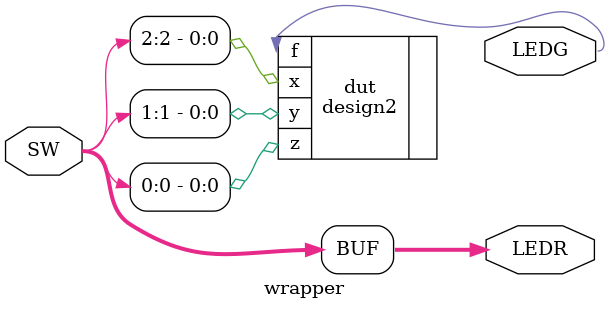
<source format=sv>
module wrapper (
  input logic [2:0] SW,
  output logic [2:0] LEDR,
  output logic [0:0] LEDG
);

design2 dut (
  .x(SW[2]),
  .y(SW[1]),
  .z(SW[0]),
  .f(LEDG[0])
);

assign LEDR = SW;

endmodule: wrapper

</source>
